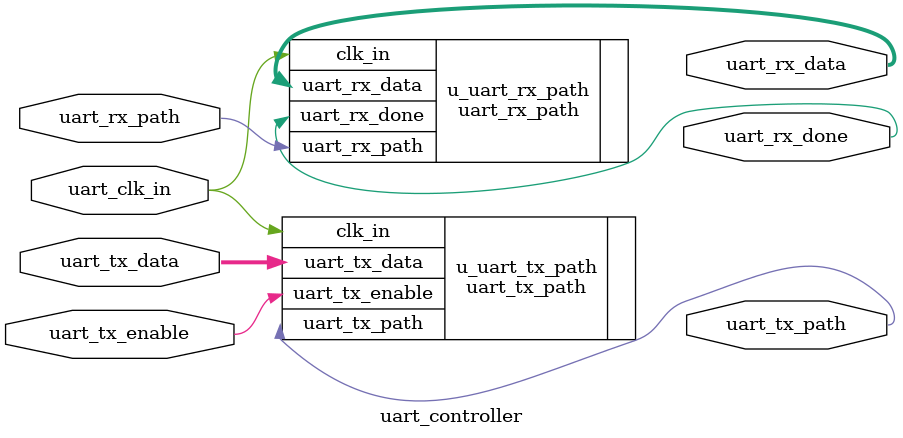
<source format=v>
module uart_controller(
    input wire          uart_clk_in,
    
	input wire  [7:0]   uart_tx_data,
	input wire          uart_tx_enable,
    
	output wire [7:0]   uart_rx_data,
	output wire         uart_rx_done,
    
	output wire         uart_tx_path,
	input wire          uart_rx_path
);
    
    /*  UART_TX  */
    uart_tx_path u_uart_tx_path(
        .clk_in         (uart_clk_in),
        .uart_tx_data   (uart_tx_data),
        .uart_tx_enable (uart_tx_enable),
        .uart_tx_path   (uart_tx_path)
    );
        
    /*  UART_RX  */
    uart_rx_path u_uart_rx_path(
        .clk_in         (uart_clk_in),
        .uart_rx_path   (uart_rx_path),
        .uart_rx_data   (uart_rx_data),
        .uart_rx_done   (uart_rx_done)
    );

endmodule 
</source>
